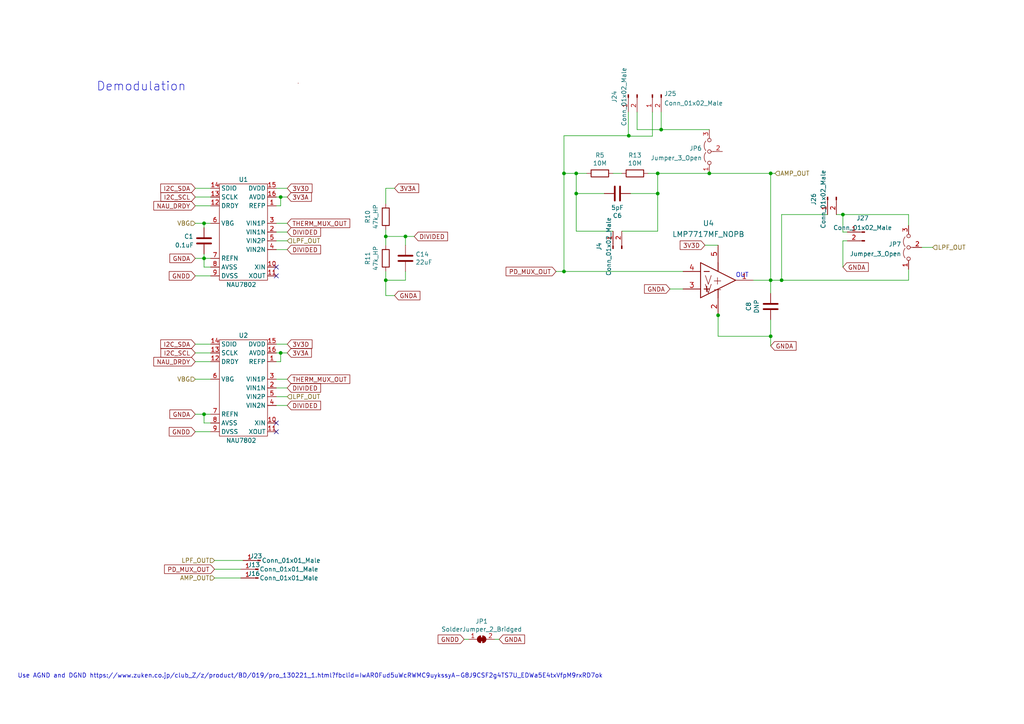
<source format=kicad_sch>
(kicad_sch (version 20211123) (generator eeschema)
  (paper "A4")
  (lib_symbols
    (symbol "Connector:Conn_01x01_Male" (pin_names (offset 1.016) hide)
      (property "Reference" "J" (at 0 2.54 0))
      (property "Value" "Conn_01x01_Male" (at 0 -2.54 0))
      (symbol "Conn_01x01_Male_1_1"
        (polyline (pts (xy 1.27 0) (xy 0.8636 0)) (stroke (width 0.1524)))
        (rectangle (start 0.8636 0.127) (end 0 -0.127) (stroke (width 0.1524)) (fill (type outline)))
        (pin passive line (at 5.08 0 180) (length 3.81) (name "Pin_1") (number "1"))
      )
    )
    (symbol "Connector:Conn_01x02_Male" (pin_names (offset 1.016) hide)
      (property "Reference" "J" (at 0 2.54 0))
      (property "Value" "Conn_01x02_Male" (at 0 -5.08 0))
      (symbol "Conn_01x02_Male_1_1"
        (polyline (pts (xy 1.27 -2.54) (xy 0.8636 -2.54)) (stroke (width 0.1524)))
        (polyline (pts (xy 1.27 0) (xy 0.8636 0)) (stroke (width 0.1524)))
        (rectangle (start 0.8636 -2.413) (end 0 -2.667) (stroke (width 0.1524)) (fill (type outline)))
        (rectangle (start 0.8636 0.127) (end 0 -0.127) (stroke (width 0.1524)) (fill (type outline)))
        (pin passive line (at 5.08 0 180) (length 3.81) (name "Pin_1") (number "1"))
        (pin passive line (at 5.08 -2.54 180) (length 3.81) (name "Pin_2") (number "2"))
      )
    )
    (symbol "Device:C" (pin_numbers hide) (pin_names (offset 0.254))
      (property "Reference" "C" (at 0.635 2.54 0))
      (property "Value" "C" (at 0.635 -2.54 0))
      (symbol "C_0_1"
        (polyline (pts (xy -2.032 -0.762) (xy 2.032 -0.762)) (stroke (width 0.508)))
        (polyline (pts (xy -2.032 0.762) (xy 2.032 0.762)) (stroke (width 0.508)))
      )
      (symbol "C_1_1"
        (pin passive line (at 0 3.81 270) (length 2.794) (name "~") (number "1"))
        (pin passive line (at 0 -3.81 90) (length 2.794) (name "~") (number "2"))
      )
    )
    (symbol "Device:R" (pin_numbers hide) (pin_names (offset 0))
      (property "Reference" "R" (at 2.032 0 90))
      (property "Value" "R" (at 0 0 90))
      (symbol "R_0_1"
        (rectangle (start -1.016 -2.54) (end 1.016 2.54) (stroke (width 0.254)))
      )
      (symbol "R_1_1"
        (pin passive line (at 0 3.81 270) (length 1.27) (name "~") (number "1"))
        (pin passive line (at 0 -3.81 90) (length 1.27) (name "~") (number "2"))
      )
    )
    (symbol "Jumper:Jumper_3_Open" (pin_names (offset 0) hide)
      (property "Reference" "JP" (at -2.54 -2.54 0))
      (property "Value" "Jumper_3_Open" (at 0 2.794 0))
      (symbol "Jumper_3_Open_0_0"
        (circle (center -3.302 0) (radius 0.508))
        (circle (center 0 0) (radius 0.508))
        (circle (center 3.302 0) (radius 0.508))
      )
      (symbol "Jumper_3_Open_0_1"
        (arc (start -0.254 1.016) (mid -1.651 1.4992) (end -3.048 1.016))
        (polyline (pts (xy 0 -0.508) (xy 0 -1.27)))
        (arc (start 3.048 1.016) (mid 1.651 1.4992) (end 0.254 1.016))
      )
      (symbol "Jumper_3_Open_1_1"
        (pin passive line (at -6.35 0 0) (length 2.54) (name "A") (number "1"))
        (pin input line (at 0 -3.81 90) (length 2.54) (name "C") (number "2"))
        (pin passive line (at 6.35 0 180) (length 2.54) (name "B") (number "3"))
      )
    )
    (symbol "Jumper:SolderJumper_2_Bridged" (pin_names (offset 0) hide)
      (property "Reference" "JP" (at 0 2.032 0))
      (property "Value" "SolderJumper_2_Bridged" (at 0 -2.54 0))
      (symbol "SolderJumper_2_Bridged_0_1"
        (rectangle (start -0.508 0.508) (end 0.508 -0.508) (fill (type outline)))
        (arc (start -0.254 1.016) (mid -1.27 0) (end -0.254 -1.016))
        (arc (start -0.254 1.016) (mid -1.27 0) (end -0.254 -1.016) (fill (type outline)))
        (polyline (pts (xy -0.254 1.016) (xy -0.254 -1.016)))
        (polyline (pts (xy 0.254 1.016) (xy 0.254 -1.016)))
        (arc (start 0.254 -1.016) (mid 1.27 0) (end 0.254 1.016))
        (arc (start 0.254 -1.016) (mid 1.27 0) (end 0.254 1.016) (fill (type outline)))
      )
      (symbol "SolderJumper_2_Bridged_1_1"
        (pin passive line (at -3.81 0 0) (length 2.54) (name "A") (number "1"))
        (pin passive line (at 3.81 0 180) (length 2.54) (name "B") (number "2"))
      )
    )
    (symbol "Ninja-qPCR:LMP7717MF_NOPB" (pin_names (offset 0) hide)
      (property "Reference" "U" (at 15.748 0.254 0))
      (property "Value" "Ninja-qPCR_LMP7717MF_NOPB" (at 15.748 -2.286 0))
      (symbol "LMP7717MF_NOPB_0_0"
        (text "V+" (at 3.81 -5.08 0) (effects (font (size 2.54 2.54))))
        (text "V-" (at 3.81 -7.62 0) (effects (font (size 2.54 2.54))))
      )
      (symbol "LMP7717MF_NOPB_1_1"
        (polyline (pts (xy 0 -10.16) (xy 10.16 -5.08)) (stroke (width 0.254)))
        (polyline (pts (xy 0 0) (xy 0 -10.16)) (stroke (width 0.254)))
        (polyline (pts (xy 0 0) (xy 10.16 -5.08)) (stroke (width 0.254)))
        (polyline (pts (xy 1.016 -7.62) (xy 2.54 -7.62)) (stroke (width 0.254)))
        (polyline (pts (xy 1.016 -2.54) (xy 2.54 -2.54)) (stroke (width 0.254)))
        (polyline (pts (xy 1.778 -6.858) (xy 1.778 -8.382)) (stroke (width 0.254)))
        (polyline (pts (xy 5.08 -7.62) (xy 5.08 -10.16)) (stroke (width 0.254)))
        (polyline (pts (xy 5.08 0) (xy 5.08 -2.54)) (stroke (width 0.254)))
        (pin output line (at 15.24 -5.08 180) (length 5.08) (name "OUT") (number "1"))
        (pin power_in line (at 5.08 -15.24 90) (length 5.08) (name "V-") (number "2"))
        (pin input line (at -5.08 -7.62 0) (length 5.08) (name "IN+") (number "3"))
        (pin input line (at -5.08 -2.54 0) (length 5.08) (name "IN-") (number "4"))
        (pin power_in line (at 5.08 5.08 270) (length 5.08) (name "V+") (number "5"))
      )
    )
    (symbol "Ninja-qPCR:NAU7802"
      (property "Reference" "U" (at 8.89 2.54 0))
      (property "Value" "NAU7802" (at 8.89 -27.94 0))
      (symbol "NAU7802_0_1"
        (rectangle (start 2.54 1.27) (end 16.51 -26.67) (stroke (width 0.1524)))
        (rectangle (start 25.4 30.48) (end 25.4 30.48) (stroke (width 0.1524)))
        (rectangle (start 25.4 30.48) (end 25.4 30.48) (stroke (width 0.1524)))
        (rectangle (start 25.4 30.48) (end 25.4 30.48) (stroke (width 0.1524)))
      )
      (symbol "NAU7802_1_1"
        (pin input line (at 19.05 -5.08 180) (length 2.54) (name "REFP") (number "1"))
        (pin input line (at 19.05 -22.86 180) (length 2.54) (name "XIN") (number "10"))
        (pin input line (at 19.05 -25.4 180) (length 2.54) (name "XOUT") (number "11"))
        (pin input line (at 0 -5.08 0) (length 2.54) (name "DRDY") (number "12"))
        (pin input line (at 0 -2.54 0) (length 2.54) (name "SCLK") (number "13"))
        (pin input line (at 0 0 0) (length 2.54) (name "SDIO") (number "14"))
        (pin input line (at 19.05 0 180) (length 2.54) (name "DVDD") (number "15"))
        (pin input line (at 19.05 -2.54 180) (length 2.54) (name "AVDD") (number "16"))
        (pin input line (at 19.05 -12.7 180) (length 2.54) (name "VIN1N") (number "2"))
        (pin input line (at 19.05 -10.16 180) (length 2.54) (name "VIN1P") (number "3"))
        (pin input line (at 19.05 -17.78 180) (length 2.54) (name "VIN2N") (number "4"))
        (pin input line (at 19.05 -15.24 180) (length 2.54) (name "VIN2P") (number "5"))
        (pin input line (at 0 -10.16 0) (length 2.54) (name "VBG") (number "6"))
        (pin input line (at 0 -20.32 0) (length 2.54) (name "REFN") (number "7"))
        (pin input line (at 0 -22.86 0) (length 2.54) (name "AVSS") (number "8"))
        (pin input line (at 0 -25.4 0) (length 2.54) (name "DVSS") (number "9"))
      )
    )
  )
  (junction (at 59.182 74.93))
  (junction (at 190.754 56.134))
  (junction (at 167.132 56.134))
  (junction (at 81.407 102.362))
  (junction (at 163.576 50.292))
  (junction (at 244.475 62.23))
  (junction (at 205.74 50.292))
  (junction (at 191.77 37.592))
  (junction (at 81.407 57.15))
  (junction (at 117.602 68.58))
  (junction (at 163.576 78.74))
  (junction (at 226.695 81.28))
  (junction (at 111.887 81.28))
  (junction (at 167.132 50.292))
  (junction (at 182.372 39.37))
  (junction (at 223.52 97.536))
  (junction (at 111.887 68.58))
  (junction (at 223.52 50.292))
  (junction (at 208.28 91.44))
  (junction (at 59.182 120.142))
  (junction (at 190.754 50.292))
  (junction (at 223.52 81.28))
  (junction (at 59.182 64.77))
  (no_connect (at 80.137 125.222))
  (no_connect (at 80.137 77.47))
  (no_connect (at 80.137 80.01))
  (no_connect (at 80.137 122.682))
  (wire (pts (xy 223.52 81.28) (xy 226.695 81.28)))
  (wire (pts (xy 111.887 81.28) (xy 117.602 81.28)))
  (wire (pts (xy 56.642 109.982) (xy 61.087 109.982)))
  (wire (pts (xy 180.34 67.056) (xy 190.754 67.056)))
  (wire (pts (xy 117.602 68.58) (xy 117.602 71.12)))
  (wire (pts (xy 163.576 50.292) (xy 163.576 78.74)))
  (wire (pts (xy 208.28 91.186) (xy 208.28 91.44)))
  (wire (pts (xy 263.525 62.23) (xy 263.525 65.405)))
  (wire (pts (xy 80.137 102.362) (xy 81.407 102.362)))
  (wire (pts (xy 61.087 64.77) (xy 59.182 64.77)))
  (wire (pts (xy 218.44 81.28) (xy 223.52 81.28)))
  (wire (pts (xy 59.182 74.93) (xy 61.087 74.93)))
  (wire (pts (xy 56.642 59.69) (xy 61.087 59.69)))
  (wire (pts (xy 62.23 167.64) (xy 69.85 167.64)))
  (wire (pts (xy 205.74 50.292) (xy 223.52 50.292)))
  (wire (pts (xy 208.28 97.536) (xy 223.52 97.536)))
  (wire (pts (xy 191.77 32.512) (xy 191.77 37.592)))
  (wire (pts (xy 208.28 91.44) (xy 208.28 97.536)))
  (wire (pts (xy 134.62 185.42) (xy 135.89 185.42)))
  (wire (pts (xy 80.137 59.69) (xy 81.407 59.69)))
  (wire (pts (xy 167.132 56.134) (xy 175.26 56.134)))
  (wire (pts (xy 111.887 68.58) (xy 111.887 71.12)))
  (wire (pts (xy 80.137 117.602) (xy 83.312 117.602)))
  (wire (pts (xy 223.52 97.536) (xy 223.52 100.33)))
  (wire (pts (xy 56.642 104.902) (xy 61.087 104.902)))
  (wire (pts (xy 189.23 32.512) (xy 189.23 39.497)))
  (wire (pts (xy 56.642 102.362) (xy 61.087 102.362)))
  (wire (pts (xy 226.695 62.23) (xy 226.695 81.28)))
  (wire (pts (xy 244.475 69.85) (xy 244.475 77.47)))
  (wire (pts (xy 177.8 50.292) (xy 180.34 50.292)))
  (wire (pts (xy 80.137 57.15) (xy 81.407 57.15)))
  (wire (pts (xy 242.57 62.23) (xy 244.475 62.23)))
  (wire (pts (xy 223.52 50.292) (xy 223.52 81.28)))
  (wire (pts (xy 56.642 125.222) (xy 61.087 125.222)))
  (wire (pts (xy 56.642 54.61) (xy 61.087 54.61)))
  (wire (pts (xy 163.576 78.74) (xy 198.12 78.74)))
  (wire (pts (xy 205.74 37.592) (xy 191.77 37.592)))
  (wire (pts (xy 184.785 37.592) (xy 184.785 32.512)))
  (wire (pts (xy 56.642 57.15) (xy 61.087 57.15)))
  (wire (pts (xy 80.137 115.062) (xy 83.312 115.062)))
  (wire (pts (xy 167.132 50.292) (xy 163.576 50.292)))
  (wire (pts (xy 263.525 81.28) (xy 263.525 78.105)))
  (wire (pts (xy 80.137 99.822) (xy 83.312 99.822)))
  (wire (pts (xy 114.427 54.61) (xy 111.887 54.61)))
  (wire (pts (xy 80.137 72.39) (xy 83.312 72.39)))
  (wire (pts (xy 80.137 112.522) (xy 83.312 112.522)))
  (wire (pts (xy 187.96 50.292) (xy 190.754 50.292)))
  (wire (pts (xy 111.887 54.61) (xy 111.887 59.055)))
  (wire (pts (xy 80.137 69.85) (xy 83.312 69.85)))
  (wire (pts (xy 223.52 92.71) (xy 223.52 97.536)))
  (wire (pts (xy 59.182 122.682) (xy 61.087 122.682)))
  (wire (pts (xy 245.745 69.85) (xy 244.475 69.85)))
  (wire (pts (xy 114.427 85.725) (xy 111.887 85.725)))
  (wire (pts (xy 190.754 56.134) (xy 190.754 50.292)))
  (wire (pts (xy 144.78 185.42) (xy 143.51 185.42)))
  (wire (pts (xy 111.887 78.74) (xy 111.887 81.28)))
  (wire (pts (xy 167.132 50.292) (xy 170.18 50.292)))
  (wire (pts (xy 182.88 56.134) (xy 190.754 56.134)))
  (wire (pts (xy 59.182 120.142) (xy 61.087 120.142)))
  (wire (pts (xy 81.407 102.362) (xy 83.312 102.362)))
  (wire (pts (xy 56.642 74.93) (xy 59.182 74.93)))
  (wire (pts (xy 81.407 102.362) (xy 81.407 104.902)))
  (wire (pts (xy 163.576 39.37) (xy 163.576 50.292)))
  (wire (pts (xy 244.475 62.23) (xy 263.525 62.23)))
  (wire (pts (xy 59.182 74.93) (xy 59.182 77.47)))
  (wire (pts (xy 226.695 81.28) (xy 263.525 81.28)))
  (wire (pts (xy 240.03 62.23) (xy 226.695 62.23)))
  (wire (pts (xy 80.137 67.31) (xy 83.312 67.31)))
  (wire (pts (xy 56.642 64.77) (xy 59.182 64.77)))
  (wire (pts (xy 81.407 57.15) (xy 83.312 57.15)))
  (wire (pts (xy 167.132 67.056) (xy 167.132 56.134)))
  (wire (pts (xy 111.887 66.675) (xy 111.887 68.58)))
  (wire (pts (xy 80.137 109.982) (xy 83.312 109.982)))
  (wire (pts (xy 177.8 67.056) (xy 167.132 67.056)))
  (wire (pts (xy 182.245 32.512) (xy 182.245 39.497)))
  (wire (pts (xy 56.642 99.822) (xy 61.087 99.822)))
  (wire (pts (xy 182.372 39.37) (xy 163.576 39.37)))
  (wire (pts (xy 56.642 80.01) (xy 61.087 80.01)))
  (wire (pts (xy 194.31 83.82) (xy 198.12 83.82)))
  (wire (pts (xy 59.182 73.66) (xy 59.182 74.93)))
  (wire (pts (xy 223.52 50.292) (xy 224.79 50.292)))
  (wire (pts (xy 190.754 67.056) (xy 190.754 56.134)))
  (wire (pts (xy 191.77 37.592) (xy 184.785 37.592)))
  (wire (pts (xy 59.182 77.47) (xy 61.087 77.47)))
  (wire (pts (xy 62.23 162.56) (xy 70.485 162.56)))
  (wire (pts (xy 244.475 62.23) (xy 244.475 67.31)))
  (wire (pts (xy 80.137 64.77) (xy 83.312 64.77)))
  (wire (pts (xy 111.887 81.28) (xy 111.887 85.725)))
  (wire (pts (xy 161.29 78.74) (xy 163.576 78.74)))
  (wire (pts (xy 245.745 67.31) (xy 244.475 67.31)))
  (wire (pts (xy 204.47 71.12) (xy 208.28 71.12)))
  (wire (pts (xy 81.407 57.15) (xy 81.407 59.69)))
  (wire (pts (xy 167.132 56.134) (xy 167.132 50.292)))
  (wire (pts (xy 267.335 71.755) (xy 270.51 71.755)))
  (wire (pts (xy 59.182 64.77) (xy 59.182 66.04)))
  (wire (pts (xy 223.52 81.28) (xy 223.52 85.09)))
  (wire (pts (xy 80.137 104.902) (xy 81.407 104.902)))
  (wire (pts (xy 190.754 50.292) (xy 205.74 50.292)))
  (wire (pts (xy 62.23 165.1) (xy 69.85 165.1)))
  (wire (pts (xy 189.23 39.497) (xy 182.245 39.497)))
  (wire (pts (xy 117.602 78.74) (xy 117.602 81.28)))
  (wire (pts (xy 56.642 120.142) (xy 59.182 120.142)))
  (wire (pts (xy 111.887 68.58) (xy 117.602 68.58)))
  (wire (pts (xy 59.182 120.142) (xy 59.182 122.682)))
  (wire (pts (xy 80.137 54.61) (xy 83.312 54.61)))
  (wire (pts (xy 117.602 68.58) (xy 120.142 68.58)))
  (text "Use AGND and DGND  https://www.zuken.co.jp/club_Z/z/product/BD/019/pro_130221_1.html?fbclid=IwAR0Fud5uWcRWMC9uykssyA-G8J9CSF2g4TS7U_EDWa5E4txVfpM9rxRD7ok" (at 5.08 196.85 0) (effects (font (size 1.27 1.27)) (justify left bottom)))
  (text "Demodulation" (at 27.94 26.67 0) (effects (font (size 2.54 2.54)) (justify left bottom)))
  (text "OUT" (at 213.36 80.645 0) (effects (font (size 1.27 1.27)) (justify left bottom)))
  (global_label "GNDA" (shape input) (at 114.427 85.725 0) (property "Intersheet References" "${INTERSHEET_REFS}" (effects hide)))
  (global_label "GNDA" (shape input) (at 56.642 74.93 180) (property "Intersheet References" "${INTERSHEET_REFS}" (effects hide)))
  (global_label "GNDD" (shape input) (at 56.642 125.222 180) (property "Intersheet References" "${INTERSHEET_REFS}" (effects hide)))
  (global_label "DIVIDED" (shape input) (at 83.312 112.522 0) (property "Intersheet References" "${INTERSHEET_REFS}" (effects hide)))
  (global_label "3V3D" (shape input) (at 83.312 54.61 0) (property "Intersheet References" "${INTERSHEET_REFS}" (effects hide)))
  (global_label "DIVIDED" (shape input) (at 83.312 117.602 0) (property "Intersheet References" "${INTERSHEET_REFS}" (effects hide)))
  (global_label "3V3D" (shape input) (at 204.47 71.12 180) (property "Intersheet References" "${INTERSHEET_REFS}" (effects hide)))
  (global_label "DIVIDED" (shape input) (at 83.312 67.31 0) (property "Intersheet References" "${INTERSHEET_REFS}" (effects hide)))
  (global_label "THERM_MUX_OUT" (shape input) (at 83.312 64.77 0) (property "Intersheet References" "${INTERSHEET_REFS}" (effects hide)))
  (global_label "PD_MUX_OUT" (shape input) (at 62.23 165.1 180) (property "Intersheet References" "${INTERSHEET_REFS}" (effects hide)))
  (global_label "PD_MUX_OUT" (shape input) (at 161.29 78.74 180) (property "Intersheet References" "${INTERSHEET_REFS}" (effects hide)))
  (global_label "GNDD" (shape input) (at 134.62 185.42 180) (property "Intersheet References" "${INTERSHEET_REFS}" (effects hide)))
  (global_label "3V3A" (shape input) (at 83.312 57.15 0) (property "Intersheet References" "${INTERSHEET_REFS}" (effects hide)))
  (global_label "3V3D" (shape input) (at 83.312 99.822 0) (property "Intersheet References" "${INTERSHEET_REFS}" (effects hide)))
  (global_label "GNDA" (shape input) (at 144.78 185.42 0) (property "Intersheet References" "${INTERSHEET_REFS}" (effects hide)))
  (global_label "3V3A" (shape input) (at 83.312 102.362 0) (property "Intersheet References" "${INTERSHEET_REFS}" (effects hide)))
  (global_label "DIVIDED" (shape input) (at 83.312 72.39 0) (property "Intersheet References" "${INTERSHEET_REFS}" (effects hide)))
  (global_label "NAU_DRDY" (shape input) (at 56.642 59.69 180) (property "Intersheet References" "${INTERSHEET_REFS}" (effects hide)))
  (global_label "I2C_SDA" (shape input) (at 56.642 54.61 180) (property "Intersheet References" "${INTERSHEET_REFS}" (effects hide)))
  (global_label "DIVIDED" (shape input) (at 120.142 68.58 0) (property "Intersheet References" "${INTERSHEET_REFS}" (effects hide)))
  (global_label "GNDA" (shape input) (at 244.475 77.47 0) (property "Intersheet References" "${INTERSHEET_REFS}" (effects hide)))
  (global_label "I2C_SDA" (shape input) (at 56.642 99.822 180) (property "Intersheet References" "${INTERSHEET_REFS}" (effects hide)))
  (global_label "GNDA" (shape input) (at 194.31 83.82 180) (property "Intersheet References" "${INTERSHEET_REFS}" (effects hide)))
  (global_label "THERM_MUX_OUT" (shape input) (at 83.312 109.982 0) (property "Intersheet References" "${INTERSHEET_REFS}" (effects hide)))
  (global_label "NAU_DRDY" (shape input) (at 56.642 104.902 180) (property "Intersheet References" "${INTERSHEET_REFS}" (effects hide)))
  (global_label "I2C_SCL" (shape input) (at 56.642 102.362 180) (property "Intersheet References" "${INTERSHEET_REFS}" (effects hide)))
  (global_label "GNDD" (shape input) (at 56.642 80.01 180) (property "Intersheet References" "${INTERSHEET_REFS}" (effects hide)))
  (global_label "I2C_SCL" (shape input) (at 56.642 57.15 180) (property "Intersheet References" "${INTERSHEET_REFS}" (effects hide)))
  (global_label "GNDA" (shape input) (at 56.642 120.142 180) (property "Intersheet References" "${INTERSHEET_REFS}" (effects hide)))
  (global_label "3V3A" (shape input) (at 114.427 54.61 0) (property "Intersheet References" "${INTERSHEET_REFS}" (effects hide)))
  (global_label "GNDA" (shape input) (at 223.52 100.33 0) (property "Intersheet References" "${INTERSHEET_REFS}" (effects hide)))
  (hierarchical_label "LPF_OUT" (shape input) (at 83.312 115.062 0))
  (hierarchical_label "VBG" (shape input) (at 56.642 64.77 180))
  (hierarchical_label "LPF_OUT" (shape input) (at 83.312 69.85 0))
  (hierarchical_label "LPF_OUT" (shape input) (at 270.51 71.755 0))
  (hierarchical_label "AMP_OUT" (shape input) (at 62.23 167.64 180))
  (hierarchical_label "VBG" (shape input) (at 56.642 109.982 180))
  (hierarchical_label "AMP_OUT" (shape input) (at 224.79 50.292 0))
  (hierarchical_label "LPF_OUT" (shape input) (at 62.23 162.56 180))
  (symbol (lib_id "Connector:Conn_01x01_Male") (at 74.93 165.1 0) (mirror y) (unit 1)
    (property "Reference" "J13" (at 73.66 163.83 0))
    (property "Value" "Conn_01x01_Male" (at 83.82 165.1 0))
    (property "Footprint" "Connector_PinHeader_1.27mm:PinHeader_1x01_P1.27mm_Vertical" (effects hide))
  )
  (symbol (lib_id "Device:C") (at 223.52 88.9 0) (unit 1)
    (property "Reference" "C8" (at 217.1192 88.9 90))
    (property "Value" "DNP" (at 219.4306 88.9 90))
    (property "Footprint" "Capacitor_SMD:C_0603_1608Metric" (effects hide))
  )
  (symbol (lib_id "Device:R") (at 184.15 50.292 90) (mirror x) (unit 1)
    (property "Reference" "R13" (at 184.15 45.0342 90))
    (property "Value" "10M" (at 184.15 47.3456 90))
    (property "Footprint" "Resistor_SMD:R_0603_1608Metric" (effects hide))
  )
  (symbol (lib_id "Device:C") (at 179.07 56.134 270) (mirror x) (unit 1)
    (property "Reference" "C6" (at 179.07 62.5348 90))
    (property "Value" "5pF" (at 179.07 60.2234 90))
    (property "Footprint" "Capacitor_SMD:C_0603_1608Metric" (effects hide))
  )
  (symbol (lib_id "Ninja-qPCR:LMP7717MF_NOPB") (at 203.2 76.2 0) (unit 1)
    (property "Reference" "U4" (at 203.835 64.77 0) (effects (font (size 1.524 1.524)) (justify left)))
    (property "Value" "LMP7717MF_NOPB" (at 194.945 67.945 0) (effects (font (size 1.524 1.524)) (justify left)))
    (property "Footprint" "Package_TO_SOT_SMD:SOT-23-5" (effects hide))
  )
  (symbol (lib_id "Jumper:SolderJumper_2_Bridged") (at 139.7 185.42 0) (unit 1)
    (property "Reference" "JP1" (at 139.7 180.213 0))
    (property "Value" "SolderJumper_2_Bridged" (at 139.7 182.5244 0))
    (property "Footprint" "Jumper:SolderJumper-2_P1.3mm_Bridged_RoundedPad1.0x1.5mm" (effects hide))
  )
  (symbol (lib_id "Connector:Conn_01x01_Male") (at 74.93 167.64 0) (mirror y) (unit 1)
    (property "Reference" "J16" (at 73.66 166.37 0))
    (property "Value" "Conn_01x01_Male" (at 83.82 167.64 0))
    (property "Footprint" "Connector_PinHeader_1.27mm:PinHeader_1x01_P1.27mm_Vertical" (effects hide))
  )
  (symbol (lib_id "Ninja-qPCR:NAU7802") (at 61.087 99.822 0) (unit 1)
    (property "Reference" "U2" (at 70.612 97.282 0))
    (property "Value" "NAU7802" (at 69.977 127.762 0))
    (property "Footprint" "Package_DIP:DIP-16_W7.62mm" (effects hide))
  )
  (symbol (lib_id "Connector:Conn_01x01_Male") (at 75.565 162.56 0) (mirror y) (unit 1)
    (property "Reference" "J23" (at 74.295 161.29 0))
    (property "Value" "Conn_01x01_Male" (at 84.455 162.56 0))
    (property "Footprint" "Connector_PinHeader_1.27mm:PinHeader_1x01_P1.27mm_Vertical" (effects hide))
  )
  (symbol (lib_id "Connector:Conn_01x02_Male") (at 189.23 27.432 90) (mirror x) (unit 1)
    (property "Reference" "J25" (at 192.6082 27.1585 90) (effects (justify right)))
    (property "Value" "Conn_01x02_Male" (at 192.6082 29.9336 90) (effects (justify right)))
    (property "Footprint" "Connector_PinHeader_1.27mm:PinHeader_1x02_P1.27mm_Vertical" (effects hide))
  )
  (symbol (lib_id "Device:C") (at 117.602 74.93 0) (unit 1)
    (property "Reference" "C14" (at 120.523 73.7616 0) (effects (justify left)))
    (property "Value" "22uF" (at 120.523 76.073 0) (effects (justify left)))
    (property "Footprint" "Capacitor_SMD:C_1210_3225Metric" (effects hide))
  )
  (symbol (lib_id "Connector:Conn_01x02_Male") (at 182.245 27.432 90) (mirror x) (unit 1)
    (property "Reference" "J24" (at 178.2023 28.067 0))
    (property "Value" "Conn_01x02_Male" (at 180.9774 28.067 0))
    (property "Footprint" "Connector_PinHeader_1.27mm:PinHeader_1x02_P1.27mm_Vertical" (effects hide))
  )
  (symbol (lib_id "Connector:Conn_01x02_Male") (at 250.825 67.31 0) (mirror y) (unit 1)
    (property "Reference" "J27" (at 250.19 63.2673 0))
    (property "Value" "Conn_01x02_Male" (at 250.19 66.0424 0))
    (property "Footprint" "Connector_PinHeader_1.27mm:PinHeader_1x02_P1.27mm_Vertical" (effects hide))
  )
  (symbol (lib_id "Device:R") (at 111.887 62.865 0) (unit 1)
    (property "Reference" "R10" (at 106.6292 62.865 90))
    (property "Value" "47k_HP" (at 108.9406 62.865 90))
    (property "Footprint" "Resistor_SMD:R_0603_1608Metric" (effects hide))
  )
  (symbol (lib_id "Ninja-qPCR:NAU7802") (at 61.087 54.61 0) (unit 1)
    (property "Reference" "U1" (at 70.612 52.07 0))
    (property "Value" "NAU7802" (at 69.977 82.55 0))
    (property "Footprint" "Package_SO:SOIC-16_3.9x9.9mm_P1.27mm" (effects hide))
  )
  (symbol (lib_id "Device:R") (at 173.99 50.292 90) (mirror x) (unit 1)
    (property "Reference" "R5" (at 173.99 45.0342 90))
    (property "Value" "10M" (at 173.99 47.3456 90))
    (property "Footprint" "Resistor_SMD:R_0603_1608Metric" (effects hide))
  )
  (symbol (lib_id "Jumper:Jumper_3_Open") (at 263.525 71.755 90) (unit 1)
    (property "Reference" "JP7" (at 261.3909 70.8465 90) (effects (justify left)))
    (property "Value" "Jumper_3_Open" (at 261.3909 73.6216 90) (effects (justify left)))
    (property "Footprint" "Jumper:SolderJumper-3_P2.0mm_Open_TrianglePad1.0x1.5mm" (effects hide))
  )
  (symbol (lib_id "Connector:Conn_01x02_Male") (at 240.03 57.15 90) (mirror x) (unit 1)
    (property "Reference" "J26" (at 235.9873 57.785 0))
    (property "Value" "Conn_01x02_Male" (at 238.7624 57.785 0))
    (property "Footprint" "Connector_PinHeader_1.27mm:PinHeader_1x02_P1.27mm_Vertical" (effects hide))
  )
  (symbol (lib_id "Connector:Conn_01x02_Male") (at 177.8 72.136 90) (unit 1)
    (property "Reference" "J4" (at 173.7573 71.501 0))
    (property "Value" "Conn_01x02_Male" (at 176.5324 71.501 0))
    (property "Footprint" "Connector_PinHeader_2.54mm:PinHeader_1x02_P2.54mm_Vertical" (effects hide))
  )
  (symbol (lib_id "Device:C") (at 59.182 69.85 0) (unit 1)
    (property "Reference" "C1" (at 54.737 68.58 0))
    (property "Value" "0.1uF" (at 53.467 71.12 0))
    (property "Footprint" "Capacitor_SMD:C_0603_1608Metric" (effects hide))
  )
  (symbol (lib_id "Device:R") (at 111.887 74.93 0) (unit 1)
    (property "Reference" "R11" (at 106.6292 74.93 90))
    (property "Value" "47k_HP" (at 108.9406 74.93 90))
    (property "Footprint" "Resistor_SMD:R_0603_1608Metric" (effects hide))
  )
  (symbol (lib_id "Jumper:Jumper_3_Open") (at 205.74 43.942 90) (unit 1)
    (property "Reference" "JP6" (at 203.6059 43.0335 90) (effects (justify left)))
    (property "Value" "Jumper_3_Open" (at 203.6059 45.8086 90) (effects (justify left)))
    (property "Footprint" "Jumper:SolderJumper-3_P2.0mm_Open_TrianglePad1.0x1.5mm" (effects hide))
  )
)
</source>
